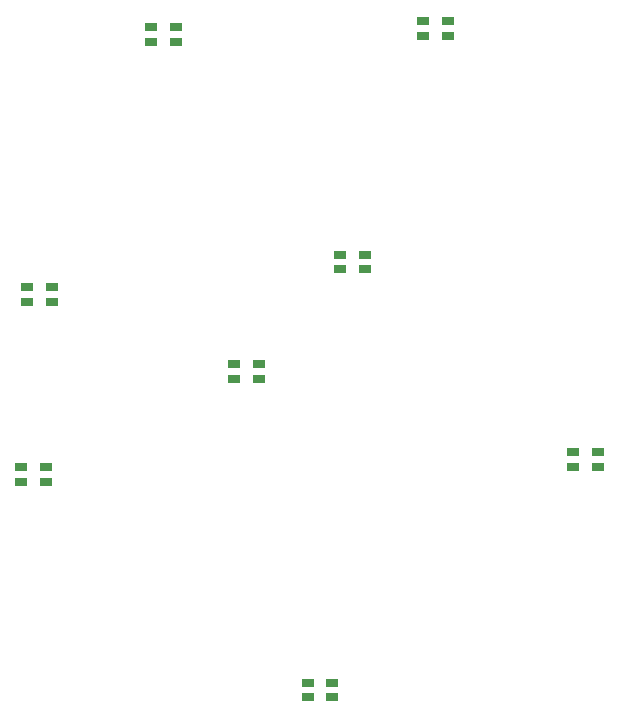
<source format=gbr>
%TF.GenerationSoftware,KiCad,Pcbnew,(5.1.10)-1*%
%TF.CreationDate,2021-10-20T07:50:51+02:00*%
%TF.ProjectId,TVZ_kuglica,54565a5f-6b75-4676-9c69-63612e6b6963,rev?*%
%TF.SameCoordinates,Original*%
%TF.FileFunction,Paste,Top*%
%TF.FilePolarity,Positive*%
%FSLAX46Y46*%
G04 Gerber Fmt 4.6, Leading zero omitted, Abs format (unit mm)*
G04 Created by KiCad (PCBNEW (5.1.10)-1) date 2021-10-20 07:50:51*
%MOMM*%
%LPD*%
G01*
G04 APERTURE LIST*
%ADD10R,1.100000X0.750000*%
G04 APERTURE END LIST*
D10*
%TO.C,D1*%
X111950000Y-96125000D03*
X114050000Y-96125000D03*
X111950000Y-97375000D03*
X114050000Y-97375000D03*
%TD*%
%TO.C,D2*%
X124550000Y-75375000D03*
X122450000Y-75375000D03*
X124550000Y-74125000D03*
X122450000Y-74125000D03*
%TD*%
%TO.C,D3*%
X145450000Y-73625000D03*
X147550000Y-73625000D03*
X145450000Y-74875000D03*
X147550000Y-74875000D03*
%TD*%
%TO.C,D4*%
X131550000Y-103875000D03*
X129450000Y-103875000D03*
X131550000Y-102625000D03*
X129450000Y-102625000D03*
%TD*%
%TO.C,D5*%
X111450000Y-111375000D03*
X113550000Y-111375000D03*
X111450000Y-112625000D03*
X113550000Y-112625000D03*
%TD*%
%TO.C,D8*%
X160300000Y-111375000D03*
X158200000Y-111375000D03*
X160300000Y-110125000D03*
X158200000Y-110125000D03*
%TD*%
%TO.C,D7*%
X135700000Y-129625000D03*
X137800000Y-129625000D03*
X135700000Y-130875000D03*
X137800000Y-130875000D03*
%TD*%
%TO.C,D11*%
X138450000Y-93375000D03*
X140550000Y-93375000D03*
X138450000Y-94625000D03*
X140550000Y-94625000D03*
%TD*%
M02*

</source>
